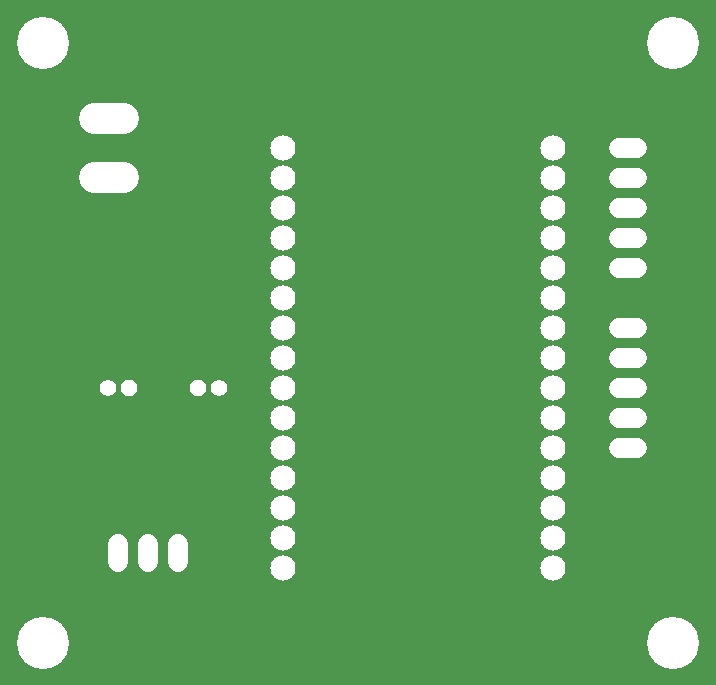
<source format=gbr>
G04 EAGLE Gerber RS-274X export*
G75*
%MOMM*%
%FSLAX34Y34*%
%LPD*%
%INSoldermask Bottom*%
%IPNEG*%
%AMOC8*
5,1,8,0,0,1.08239X$1,22.5*%
G01*
%ADD10P,1.539592X8X22.500000*%
%ADD11C,1.422400*%
%ADD12P,1.539592X8X202.500000*%
%ADD13C,1.727200*%
%ADD14C,2.133600*%
%ADD15C,2.583200*%
%ADD16C,4.419091*%


D10*
X262890Y342900D03*
D11*
X245110Y342900D03*
D12*
X321310Y342900D03*
D11*
X339090Y342900D03*
D13*
X254000Y210820D02*
X254000Y195580D01*
X279400Y195580D02*
X279400Y210820D01*
X304800Y210820D02*
X304800Y195580D01*
X678180Y546100D02*
X693420Y546100D01*
X693420Y520700D02*
X678180Y520700D01*
X678180Y495300D02*
X693420Y495300D01*
X693420Y469900D02*
X678180Y469900D01*
X678180Y444500D02*
X693420Y444500D01*
X693420Y393700D02*
X678180Y393700D01*
X678180Y368300D02*
X693420Y368300D01*
X693420Y342900D02*
X678180Y342900D01*
X678180Y317500D02*
X693420Y317500D01*
X693420Y292100D02*
X678180Y292100D01*
D14*
X393700Y546100D03*
X393700Y520700D03*
X393700Y495300D03*
X393700Y469900D03*
X393700Y444500D03*
X393700Y419100D03*
X393700Y393700D03*
X393700Y368300D03*
X393700Y342900D03*
X393700Y317500D03*
X393700Y292100D03*
X393700Y266700D03*
X393700Y241300D03*
X393700Y215900D03*
X393700Y190500D03*
X622300Y546100D03*
X622300Y520700D03*
X622300Y495300D03*
X622300Y469900D03*
X622300Y444500D03*
X622300Y419100D03*
X622300Y393700D03*
X622300Y368300D03*
X622300Y342900D03*
X622300Y317500D03*
X622300Y292100D03*
X622300Y266700D03*
X622300Y241300D03*
X622300Y215900D03*
X622300Y190500D03*
D15*
X257700Y571100D02*
X233900Y571100D01*
X233900Y521100D02*
X257700Y521100D01*
D16*
X190500Y635000D03*
X190500Y127000D03*
X723900Y127000D03*
X723900Y635000D03*
M02*

</source>
